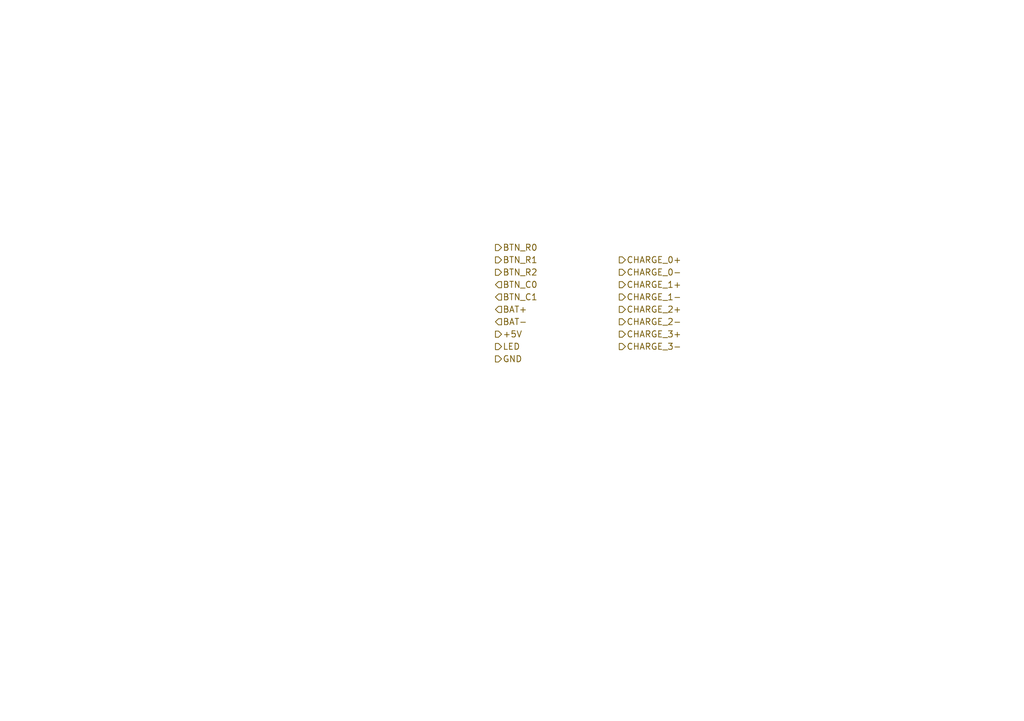
<source format=kicad_sch>
(kicad_sch (version 20230121) (generator eeschema)
  (paper "A5")
  (lib_symbols)
  (hierarchical_label "CHARGE_2+" (shape output) (at 127 63.5 0))
  (hierarchical_label "BAT+" (shape input) (at 101.6 63.5 0))
  (hierarchical_label "CHARGE_3-" (shape output) (at 127 71.12 0))
  (hierarchical_label "CHARGE_0+" (shape output) (at 127 53.34 0))
  (hierarchical_label "CHARGE_1-" (shape output) (at 127 60.96 0))
  (hierarchical_label "CHARGE_2-" (shape output) (at 127 66.04 0))
  (hierarchical_label "BAT-" (shape input) (at 101.6 66.04 0))
  (hierarchical_label "GND" (shape output) (at 101.6 73.66 0))
  (hierarchical_label "CHARGE_0-" (shape output) (at 127 55.88 0))
  (hierarchical_label "LED" (shape output) (at 101.6 71.12 0))
  (hierarchical_label "BTN_R0" (shape output) (at 101.6 50.8 0))
  (hierarchical_label "BTN_C0" (shape input) (at 101.6 58.42 0))
  (hierarchical_label "BTN_R2" (shape output) (at 101.6 55.88 0))
  (hierarchical_label "BTN_C1" (shape input) (at 101.6 60.96 0))
  (hierarchical_label "BTN_R1" (shape output) (at 101.6 53.34 0))
  (hierarchical_label "CHARGE_1+" (shape output) (at 127 58.42 0))
  (hierarchical_label "+5V" (shape output) (at 101.6 68.58 0))
  (hierarchical_label "CHARGE_3+" (shape output) (at 127 68.58 0))
)
</source>
